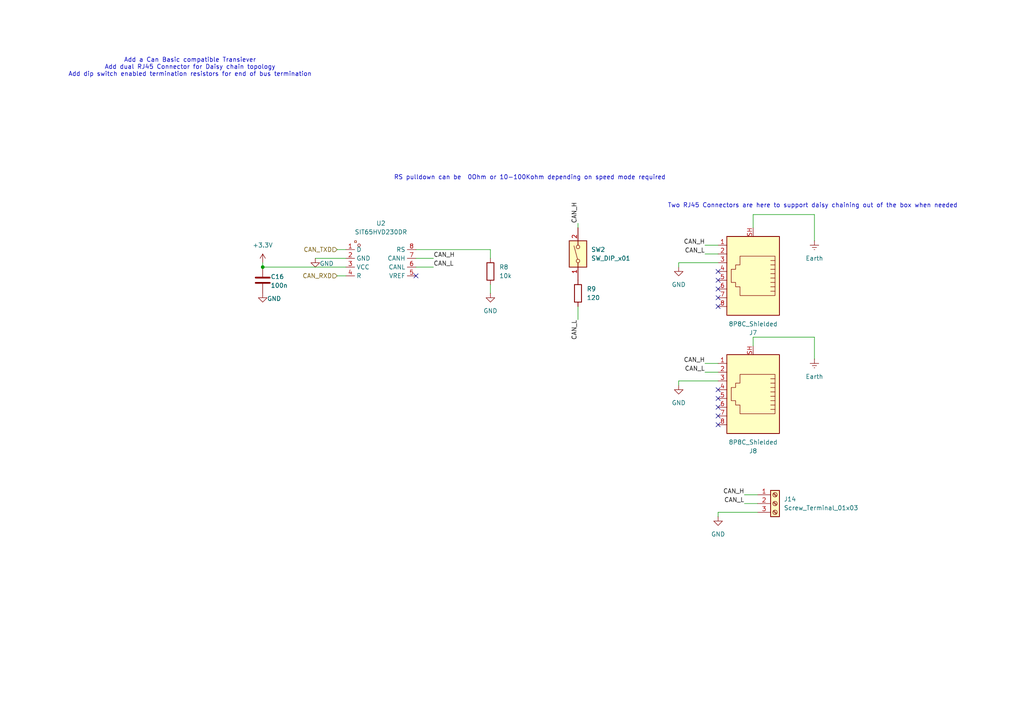
<source format=kicad_sch>
(kicad_sch (version 20250114) (generator "eeschema") (generator_version "9.0")
  (paper "A4")
  (lib_symbols
    (symbol "Connector:8P8C_Shielded" (pin_names (offset 1.016))
      (property "Reference" "J" (at -5.08 13.97 0))
      (property "Value" "8P8C_Shielded" (at 2.54 13.97 0))
      (symbol "8P8C_Shielded_0_1"
        (polyline (pts (xy -6.35 1.905) (xy -5.08 1.905) (xy -5.08 1.905)))
        (polyline (pts (xy -6.35 0.635) (xy -5.08 0.635) (xy -5.08 0.635)))
        (polyline (pts (xy -6.35 -0.635) (xy -5.08 -0.635) (xy -5.08 -0.635)))
        (polyline (pts (xy -6.35 -1.905) (xy -5.08 -1.905) (xy -5.08 -1.905)))
        (polyline (pts (xy -6.35 -3.175) (xy -5.08 -3.175) (xy -5.08 -3.175)))
        (polyline (pts (xy -6.35 -4.445) (xy -6.35 6.985) (xy 3.81 6.985) (xy 3.81 4.445) (xy 5.08 4.445) (xy 5.08 3.175) (xy 6.35 3.175) (xy 6.35 -0.635) (xy 5.08 -0.635) (xy 5.08 -1.905) (xy 3.81 -1.905) (xy 3.81 -4.445) (xy -6.35 -4.445) (xy -6.35 -4.445)))
        (polyline (pts (xy -5.08 5.715) (xy -6.35 5.715)))
        (polyline (pts (xy -5.08 4.445) (xy -6.35 4.445)))
        (polyline (pts (xy -5.08 3.175) (xy -6.35 3.175) (xy -6.35 3.175)))
        (rectangle (start 7.62 12.7) (end -7.62 -10.16) (stroke (width 0.254)) (fill (type background)))
      )
      (symbol "8P8C_Shielded_1_1"
        (pin passive line (at 0 -12.7 90) (length 2.54) (name "~") (number "SH"))
        (pin passive line (at 10.16 10.16 180) (length 2.54) (name "~") (number "8"))
        (pin passive line (at 10.16 7.62 180) (length 2.54) (name "~") (number "7"))
        (pin passive line (at 10.16 5.08 180) (length 2.54) (name "~") (number "6"))
        (pin passive line (at 10.16 2.54 180) (length 2.54) (name "~") (number "5"))
        (pin passive line (at 10.16 0 180) (length 2.54) (name "~") (number "4"))
        (pin passive line (at 10.16 -2.54 180) (length 2.54) (name "~") (number "3"))
        (pin passive line (at 10.16 -5.08 180) (length 2.54) (name "~") (number "2"))
        (pin passive line (at 10.16 -7.62 180) (length 2.54) (name "~") (number "1"))
      )
    )
    (symbol "Connector:Screw_Terminal_01x03" (pin_names (offset 1.016) (hide yes))
      (property "Reference" "J" (at 0 5.08 0))
      (property "Value" "Screw_Terminal_01x03" (at 0 -5.08 0))
      (symbol "Screw_Terminal_01x03_1_1"
        (rectangle (start -1.27 3.81) (end 1.27 -3.81) (stroke (width 0.254)) (fill (type background)))
        (polyline (pts (xy -0.5334 2.8702) (xy 0.3302 2.032)) (stroke (width 0.1524)))
        (polyline (pts (xy -0.5334 0.3302) (xy 0.3302 -0.508)) (stroke (width 0.1524)))
        (polyline (pts (xy -0.5334 -2.2098) (xy 0.3302 -3.048)) (stroke (width 0.1524)))
        (polyline (pts (xy -0.3556 3.048) (xy 0.508 2.2098)) (stroke (width 0.1524)))
        (polyline (pts (xy -0.3556 0.508) (xy 0.508 -0.3302)) (stroke (width 0.1524)))
        (polyline (pts (xy -0.3556 -2.032) (xy 0.508 -2.8702)) (stroke (width 0.1524)))
        (circle (center 0 2.54) (radius 0.635) (stroke (width 0.1524)))
        (circle (center 0 0) (radius 0.635) (stroke (width 0.1524)))
        (circle (center 0 -2.54) (radius 0.635) (stroke (width 0.1524)))
        (pin passive line (at -5.08 2.54 0) (length 3.81) (name "Pin_1") (number "1"))
        (pin passive line (at -5.08 0 0) (length 3.81) (name "Pin_2") (number "2"))
        (pin passive line (at -5.08 -2.54 0) (length 3.81) (name "Pin_3") (number "3"))
      )
    )
    (symbol "Device:C" (pin_numbers (hide yes)) (pin_names (offset 0.254))
      (property "Reference" "C" (at 0.635 2.54 0))
      (property "Value" "C" (at 0.635 -2.54 0))
      (symbol "C_0_1"
        (polyline (pts (xy -2.032 0.762) (xy 2.032 0.762)) (stroke (width 0.508)))
        (polyline (pts (xy -2.032 -0.762) (xy 2.032 -0.762)) (stroke (width 0.508)))
      )
      (symbol "C_1_1"
        (pin passive line (at 0 3.81 270) (length 2.794) (name "~") (number "1"))
        (pin passive line (at 0 -3.81 90) (length 2.794) (name "~") (number "2"))
      )
    )
    (symbol "Device:R" (pin_numbers (hide yes)) (pin_names (offset 0))
      (property "Reference" "R" (at 2.032 0 90))
      (property "Value" "R" (at 0 0 90))
      (symbol "R_0_1"
        (rectangle (start -1.016 -2.54) (end 1.016 2.54) (stroke (width 0.254)))
      )
      (symbol "R_1_1"
        (pin passive line (at 0 3.81 270) (length 1.27) (name "~") (number "1"))
        (pin passive line (at 0 -3.81 90) (length 1.27) (name "~") (number "2"))
      )
    )
    (symbol "EasyEDA:SIT65HVD230DR"
      (property "Reference" "U" (at 0 10.16 0))
      (property "Value" "SIT65HVD230DR" (at 0 -7.62 0))
      (symbol "SIT65HVD230DR_0_1"
        (rectangle (start -7.62 7.62) (end -7.11 7.11) (fill (type background)))
        (circle (center -6.35 6.35) (radius 0.38))
        (pin unspecified line (at -10.16 5.08 0) (length 2.54) (name "D") (number "1"))
        (pin unspecified line (at -10.16 2.54 0) (length 2.54) (name "GND") (number "2"))
        (pin unspecified line (at -10.16 0 0) (length 2.54) (name "VCC") (number "3"))
        (pin unspecified line (at -10.16 -2.54 0) (length 2.54) (name "R") (number "4"))
        (pin unspecified line (at 10.16 5.08 180) (length 2.54) (name "RS") (number "8"))
        (pin unspecified line (at 10.16 2.54 180) (length 2.54) (name "CANH") (number "7"))
        (pin unspecified line (at 10.16 0 180) (length 2.54) (name "CANL") (number "6"))
        (pin unspecified line (at 10.16 -2.54 180) (length 2.54) (name "VREF") (number "5"))
      )
    )
    (symbol "Switch:SW_DIP_x01" (pin_names (offset 0) (hide yes))
      (property "Reference" "SW" (at 0 3.81 0))
      (property "Value" "SW_DIP_x01" (at 0 -3.81 0))
      (symbol "SW_DIP_x01_0_0"
        (circle (center -2.032 0) (radius 0.508))
        (polyline (pts (xy -1.524 0.127) (xy 2.3622 1.1684)))
        (circle (center 2.032 0) (radius 0.508))
      )
      (symbol "SW_DIP_x01_0_1"
        (rectangle (start -3.81 2.54) (end 3.81 -2.54) (stroke (width 0.254)) (fill (type background)))
      )
      (symbol "SW_DIP_x01_1_1"
        (pin passive line (at -7.62 0 0) (length 5.08) (name "~") (number "1"))
        (pin passive line (at 7.62 0 180) (length 5.08) (name "~") (number "2"))
      )
    )
    (symbol "power:+3.3V" (power) (pin_numbers (hide yes)) (pin_names (offset 0) (hide yes))
      (property "Value" "+3.3V" (at 0 3.556 0))
      (symbol "+3.3V_0_1"
        (polyline (pts (xy -0.762 1.27) (xy 0 2.54)))
        (polyline (pts (xy 0 2.54) (xy 0.762 1.27)))
        (polyline (pts (xy 0 0) (xy 0 2.54)))
      )
      (symbol "+3.3V_1_1"
        (pin power_in line (at 0 0 90) (length 0) (name "~") (number "1"))
      )
    )
    (symbol "power:Earth" (power) (pin_numbers (hide yes)) (pin_names (offset 0) (hide yes))
      (property "Value" "Earth" (at 0 -3.81 0))
      (symbol "Earth_0_1"
        (polyline (pts (xy -0.635 -1.905) (xy 0.635 -1.905)))
        (polyline (pts (xy -0.127 -2.54) (xy 0.127 -2.54)))
        (polyline (pts (xy 0 -1.27) (xy 0 0)))
        (polyline (pts (xy 1.27 -1.27) (xy -1.27 -1.27)))
      )
      (symbol "Earth_1_1"
        (pin power_in line (at 0 0 270) (length 0) (name "~") (number "1"))
      )
    )
    (symbol "power:GND" (power) (pin_numbers (hide yes)) (pin_names (offset 0) (hide yes))
      (property "Value" "GND" (at 0 -3.81 0))
      (symbol "GND_0_1"
        (polyline (pts (xy 0 0) (xy 0 -1.27) (xy 1.27 -1.27) (xy 0 -2.54) (xy -1.27 -1.27) (xy 0 -1.27)))
      )
      (symbol "GND_1_1"
        (pin power_in line (at 0 0 270) (length 0) (name "~") (number "1"))
      )
    )
  )
  (text "Add a Can Basic compatible Transiever\nAdd dual RJ45 Connector for Daisy chain topology\nAdd dip switch enabled termination resistors for end of bus termination\n\n" (at 55.118 20.574 0) (effects (font (size 1.27 1.27))))
  (text "RS pulldown can be  0Ohm or 10-100Kohm depending on speed mode required\n" (at 153.67 51.562 0) (effects (font (size 1.27 1.27))))
  (text "Two RJ45 Connectors are here to support daisy chaining out of the box when needed" (at 235.712 59.69 0) (effects (font (size 1.27 1.27))))
  (junction (at 76.2 77.47))
  (no_connect (at 208.28 120.65))
  (no_connect (at 208.28 88.9))
  (no_connect (at 208.28 113.03))
  (no_connect (at 120.65 80.01))
  (no_connect (at 208.28 78.74))
  (no_connect (at 208.28 81.28))
  (no_connect (at 208.28 86.36))
  (no_connect (at 208.28 115.57))
  (no_connect (at 208.28 83.82))
  (no_connect (at 208.28 123.19))
  (no_connect (at 208.28 118.11))
  (wire (pts (xy 196.85 110.49) (xy 208.28 110.49)))
  (wire (pts (xy 218.44 97.79) (xy 218.44 100.33)))
  (wire (pts (xy 204.47 71.12) (xy 208.28 71.12)))
  (wire (pts (xy 196.85 76.2) (xy 208.28 76.2)))
  (wire (pts (xy 76.2 76.2) (xy 76.2 77.47)))
  (wire (pts (xy 196.85 111.76) (xy 196.85 110.49)))
  (wire (pts (xy 167.64 64.77) (xy 167.64 66.04)))
  (wire (pts (xy 215.9 143.51) (xy 219.71 143.51)))
  (wire (pts (xy 97.79 80.01) (xy 100.33 80.01)))
  (wire (pts (xy 120.65 72.39) (xy 142.24 72.39)))
  (wire (pts (xy 120.65 77.47) (xy 125.73 77.47)))
  (wire (pts (xy 236.22 97.79) (xy 218.44 97.79)))
  (wire (pts (xy 120.65 74.93) (xy 125.73 74.93)))
  (wire (pts (xy 208.28 149.86) (xy 208.28 148.59)))
  (wire (pts (xy 196.85 77.47) (xy 196.85 76.2)))
  (wire (pts (xy 215.9 146.05) (xy 219.71 146.05)))
  (wire (pts (xy 218.44 62.23) (xy 218.44 66.04)))
  (wire (pts (xy 236.22 69.85) (xy 236.22 62.23)))
  (wire (pts (xy 236.22 62.23) (xy 218.44 62.23)))
  (wire (pts (xy 76.2 77.47) (xy 100.33 77.47)))
  (wire (pts (xy 236.22 104.14) (xy 236.22 97.79)))
  (wire (pts (xy 208.28 148.59) (xy 219.71 148.59)))
  (wire (pts (xy 204.47 105.41) (xy 208.28 105.41)))
  (wire (pts (xy 204.47 73.66) (xy 208.28 73.66)))
  (wire (pts (xy 167.64 88.9) (xy 167.64 92.71)))
  (wire (pts (xy 91.44 74.93) (xy 100.33 74.93)))
  (wire (pts (xy 204.47 107.95) (xy 208.28 107.95)))
  (wire (pts (xy 142.24 85.09) (xy 142.24 82.55)))
  (wire (pts (xy 142.24 74.93) (xy 142.24 72.39)))
  (wire (pts (xy 97.79 72.39) (xy 100.33 72.39)))
  (label "CAN_L" (at 167.64 92.71 270))
  (label "CAN_H" (at 215.9 143.51 180))
  (label "CAN_H" (at 125.73 74.93 0))
  (label "CAN_H" (at 204.47 71.12 180))
  (label "CAN_L" (at 204.47 73.66 180))
  (label "CAN_L" (at 125.73 77.47 0))
  (label "CAN_L" (at 204.47 107.95 180))
  (label "CAN_H" (at 167.64 64.77 90))
  (label "CAN_H" (at 204.47 105.41 180))
  (label "CAN_L" (at 215.9 146.05 180))
  (hierarchical_label "CAN_RXD" (shape input) (at 97.79 80.01 180))
  (hierarchical_label "CAN_TXD" (shape input) (at 97.79 72.39 180))
  (symbol (lib_id "power:GND") (at 91.44 74.93 0) (unit 1)
    (property "Reference" "#PWR027" (effects (hide yes)))
    (property "Value" "GND" (at 94.742 76.454 0))
    (property "Description" "Power symbol creates a global label with name \"GND\" , ground" (effects (hide yes)))
  )
  (symbol (lib_id "power:GND") (at 196.85 111.76 0) (unit 1)
    (property "Reference" "#PWR030" (effects (hide yes)))
    (property "Value" "GND" (at 196.85 116.84 0))
    (property "Description" "Power symbol creates a global label with name \"GND\" , ground" (effects (hide yes)))
  )
  (symbol (lib_id "Connector:8P8C_Shielded") (at 218.44 78.74 180) (unit 1)
    (property "Reference" "J7" (at 218.44 96.52 0))
    (property "Value" "8P8C_Shielded" (at 218.44 93.98 0))
    (property "Description" "RJ connector, 8P8C (8 positions 8 connected), RJ31/RJ32/RJ33/RJ34/RJ35/RJ41/RJ45/RJ49/RJ61, Shielded" (effects (hide yes)))
  )
  (symbol (lib_id "power:GND") (at 196.85 77.47 0) (unit 1)
    (property "Reference" "#PWR029" (effects (hide yes)))
    (property "Value" "GND" (at 196.85 82.55 0))
    (property "Description" "Power symbol creates a global label with name \"GND\" , ground" (effects (hide yes)))
  )
  (symbol (lib_id "EasyEDA:SIT65HVD230DR") (at 110.49 77.47 0) (unit 1)
    (property "Reference" "U2" (at 110.49 64.77 0))
    (property "Value" "SIT65HVD230DR" (at 110.49 67.31 0))
    (property "Footprint" "EasyEDA:SOP-8_L4.9-W3.9-P1.27-LS6.0-BL" (effects (hide yes)))
    (property "Datasheet" "https://lcsc.com/product-detail/New-Arrivals_SIT-SIT65HVD230DR_C496619.html" (effects (hide yes)))
    (property "LCSC Part" "C496619" (effects (hide yes)))
  )
  (symbol (lib_id "power:+3.3V") (at 76.2 76.2 0) (unit 1)
    (property "Reference" "#PWR025" (effects (hide yes)))
    (property "Value" "+3.3V" (at 76.2 71.12 0))
    (property "Description" "Power symbol creates a global label with name \"+3.3V\"" (effects (hide yes)))
  )
  (symbol (lib_id "Device:R") (at 167.64 85.09 0) (unit 1)
    (property "Reference" "R9" (at 170.18 83.8199 0) (effects (justify left)))
    (property "Value" "120" (at 170.18 86.3599 0) (effects (justify left)))
    (property "Description" "Resistor" (effects (hide yes)))
  )
  (symbol (lib_id "Device:C") (at 76.2 81.28 0) (unit 1)
    (property "Reference" "C16" (at 78.486 80.264 0) (effects (justify left)))
    (property "Value" "100n" (at 78.486 82.804 0) (effects (justify left)))
    (property "Description" "Unpolarized capacitor" (effects (hide yes)))
  )
  (symbol (lib_id "power:GND") (at 142.24 85.09 0) (unit 1)
    (property "Reference" "#PWR028" (effects (hide yes)))
    (property "Value" "GND" (at 142.24 90.17 0))
    (property "Description" "Power symbol creates a global label with name \"GND\" , ground" (effects (hide yes)))
  )
  (symbol (lib_id "power:GND") (at 76.2 85.09 0) (unit 1)
    (property "Reference" "#PWR026" (effects (hide yes)))
    (property "Value" "GND" (at 79.502 86.614 0))
    (property "Description" "Power symbol creates a global label with name \"GND\" , ground" (effects (hide yes)))
  )
  (symbol (lib_id "power:Earth") (at 236.22 69.85 0) (unit 1)
    (property "Reference" "#PWR031" (effects (hide yes)))
    (property "Value" "Earth" (at 236.22 74.93 0))
    (property "Description" "Power symbol creates a global label with name \"Earth\"" (effects (hide yes)))
  )
  (symbol (lib_id "Connector:8P8C_Shielded") (at 218.44 113.03 180) (unit 1)
    (property "Reference" "J8" (at 218.44 130.81 0))
    (property "Value" "8P8C_Shielded" (at 218.44 128.27 0))
    (property "Description" "RJ connector, 8P8C (8 positions 8 connected), RJ31/RJ32/RJ33/RJ34/RJ35/RJ41/RJ45/RJ49/RJ61, Shielded" (effects (hide yes)))
  )
  (symbol (lib_id "power:Earth") (at 236.22 104.14 0) (unit 1)
    (property "Reference" "#PWR032" (effects (hide yes)))
    (property "Value" "Earth" (at 236.22 109.22 0))
    (property "Description" "Power symbol creates a global label with name \"Earth\"" (effects (hide yes)))
  )
  (symbol (lib_id "Switch:SW_DIP_x01") (at 167.64 73.66 90) (unit 1)
    (property "Reference" "SW2" (at 171.45 72.3899 90) (effects (justify right)))
    (property "Value" "SW_DIP_x01" (at 171.45 74.9299 90) (effects (justify right)))
    (property "Description" "1x DIP Switch, Single Pole Single Throw (SPST) switch, small symbol" (effects (hide yes)))
  )
  (symbol (lib_id "Device:R") (at 142.24 78.74 0) (unit 1)
    (property "Reference" "R8" (at 144.78 77.4699 0) (effects (justify left)))
    (property "Value" "10k" (at 144.78 80.0099 0) (effects (justify left)))
    (property "Description" "Resistor" (effects (hide yes)))
  )
  (symbol (lib_id "power:GND") (at 208.28 149.86 0) (unit 1)
    (property "Reference" "#PWR061" (effects (hide yes)))
    (property "Value" "GND" (at 208.28 154.94 0))
    (property "Description" "Power symbol creates a global label with name \"GND\" , ground" (effects (hide yes)))
  )
  (symbol (lib_id "Connector:Screw_Terminal_01x03") (at 224.79 146.05 0) (unit 1)
    (property "Reference" "J14" (at 227.33 144.7799 0) (effects (justify left)))
    (property "Value" "Screw_Terminal_01x03" (at 227.33 147.3199 0) (effects (justify left)))
    (property "Footprint" "TerminalBlock_Phoenix:TerminalBlock_Phoenix_PT-1,5-3-3.5-H_1x03_P3.50mm_Horizontal" (effects (hide yes)))
    (property "Description" "Generic screw terminal, single row, 01x03, script generated (kicad-library-utils/schlib/autogen/connector/)" (effects (hide yes)))
  )
)
</source>
